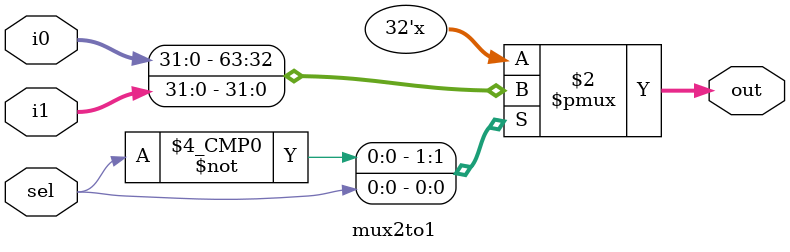
<source format=v>


`timescale 1ns / 1ns

module mux2to1(i0, i1, sel, out);
  
  input [31:0] i0, i1;    // input 1 and 2
  input sel;              // select bit
  output reg [31:0] out;  // output
  
  // loop for mux operation
  always @ (sel or i0 or i1)
  begin
    case(sel)
      // if sel is 0...
      1'b0: begin
        // select input 1
        out <= i0;
      end
      // if sel is 1...
      1'b1: begin
        // select input 2
        out <= i1;
      end
    endcase
  end
  
endmodule

</source>
